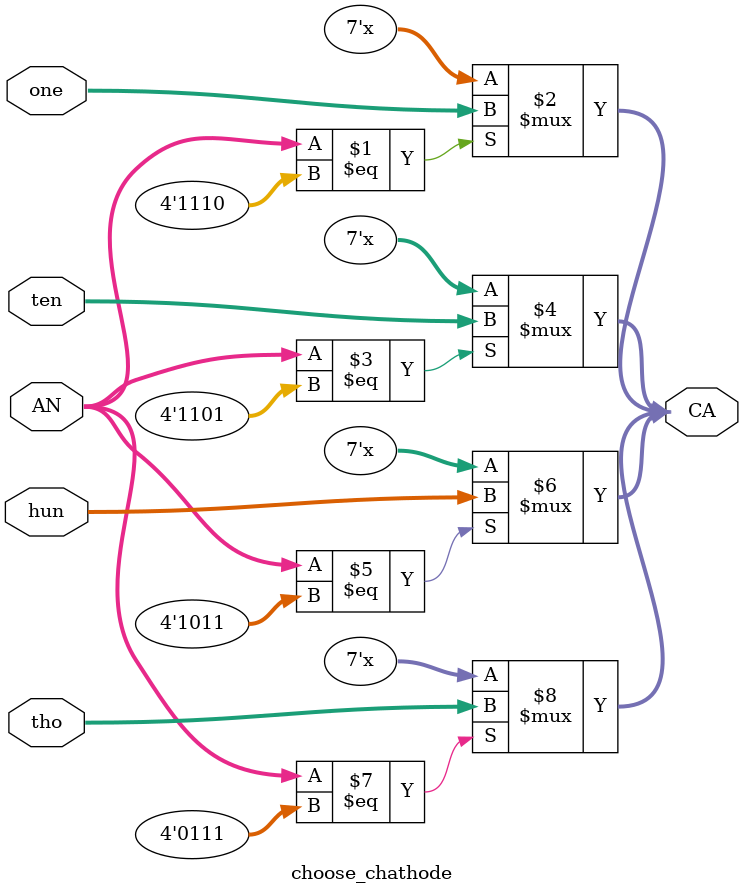
<source format=v>
`timescale 1ns / 1ps


module choose_chathode(tho, hun, ten, one, AN, CA);
input [6:0]tho;
input [6:0]hun;
input [6:0]ten;
input [6:0]one;
input [3:0]AN;
output [6:0]CA;
assign CA = (AN==4'b1110) ? one : 7'bzzzzzzz,
CA = (AN==4'b1101) ? ten : 7'bzzzzzzz,
CA = (AN==4'b1011) ? hun : 7'bzzzzzzz,
CA = (AN==4'b0111) ? tho : 7'bzzzzzzz;
endmodule
</source>
